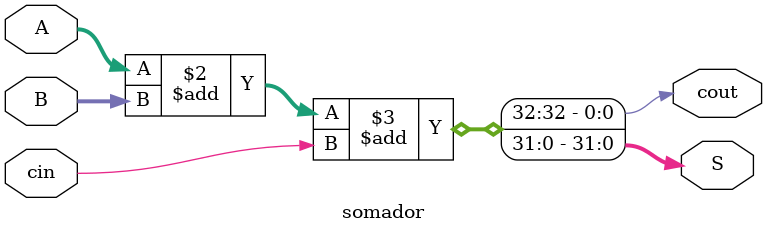
<source format=v>
module somador
	#(
		parameter N = 32
	)
	(
		input wire cin,
		input wire [N-1:0] A, B,
		output reg [N-1:0] S,
		output reg cout
	);
	
	always@*
	begin
		{cout,S} = A + B + cin;
	end
	
	
endmodule

</source>
